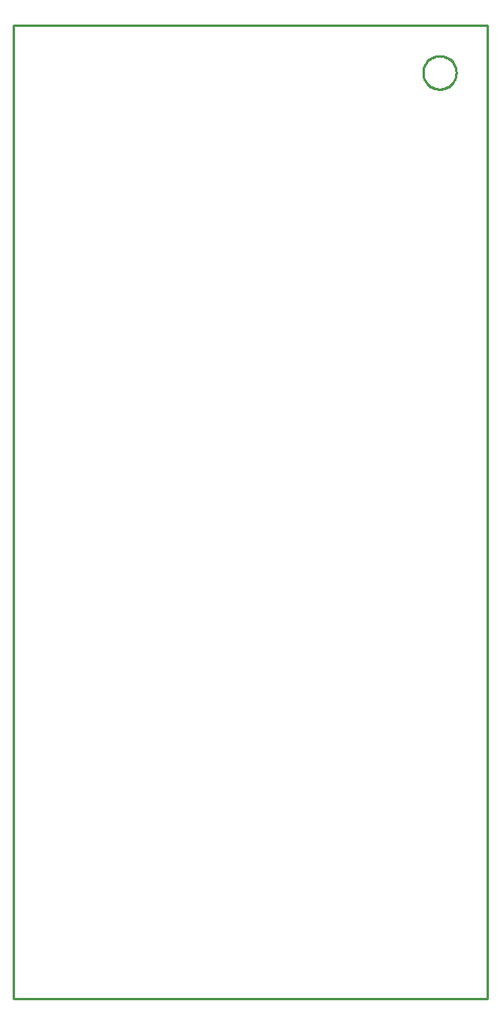
<source format=gbr>
G04 EAGLE Gerber RS-274X export*
G75*
%MOMM*%
%FSLAX34Y34*%
%LPD*%
%IN*%
%IPPOS*%
%AMOC8*
5,1,8,0,0,1.08239X$1,22.5*%
G01*
%ADD10C,0.254000*%


D10*
X0Y-25400D02*
X508000Y-25400D01*
X508000Y1016000D01*
X0Y1016000D01*
X0Y-25400D01*
X474980Y964618D02*
X474904Y963456D01*
X474752Y962302D01*
X474525Y961160D01*
X474224Y960036D01*
X473849Y958934D01*
X473404Y957858D01*
X472889Y956814D01*
X472307Y955806D01*
X471660Y954838D01*
X470952Y953914D01*
X470184Y953039D01*
X469361Y952216D01*
X468486Y951449D01*
X467562Y950740D01*
X466594Y950093D01*
X465586Y949511D01*
X464542Y948996D01*
X463466Y948551D01*
X462364Y948177D01*
X461240Y947875D01*
X460098Y947648D01*
X458944Y947496D01*
X457782Y947420D01*
X456618Y947420D01*
X455456Y947496D01*
X454302Y947648D01*
X453160Y947875D01*
X452036Y948177D01*
X450934Y948551D01*
X449858Y948996D01*
X448814Y949511D01*
X447806Y950093D01*
X446838Y950740D01*
X445914Y951449D01*
X445039Y952216D01*
X444216Y953039D01*
X443449Y953914D01*
X442740Y954838D01*
X442093Y955806D01*
X441511Y956814D01*
X440996Y957858D01*
X440551Y958934D01*
X440177Y960036D01*
X439875Y961160D01*
X439648Y962302D01*
X439496Y963456D01*
X439420Y964618D01*
X439420Y965782D01*
X439496Y966944D01*
X439648Y968098D01*
X439875Y969240D01*
X440177Y970364D01*
X440551Y971466D01*
X440996Y972542D01*
X441511Y973586D01*
X442093Y974594D01*
X442740Y975562D01*
X443449Y976486D01*
X444216Y977361D01*
X445039Y978184D01*
X445914Y978952D01*
X446838Y979660D01*
X447806Y980307D01*
X448814Y980889D01*
X449858Y981404D01*
X450934Y981849D01*
X452036Y982224D01*
X453160Y982525D01*
X454302Y982752D01*
X455456Y982904D01*
X456618Y982980D01*
X457782Y982980D01*
X458944Y982904D01*
X460098Y982752D01*
X461240Y982525D01*
X462364Y982224D01*
X463466Y981849D01*
X464542Y981404D01*
X465586Y980889D01*
X466594Y980307D01*
X467562Y979660D01*
X468486Y978952D01*
X469361Y978184D01*
X470184Y977361D01*
X470952Y976486D01*
X471660Y975562D01*
X472307Y974594D01*
X472889Y973586D01*
X473404Y972542D01*
X473849Y971466D01*
X474224Y970364D01*
X474525Y969240D01*
X474752Y968098D01*
X474904Y966944D01*
X474980Y965782D01*
X474980Y964618D01*
M02*

</source>
